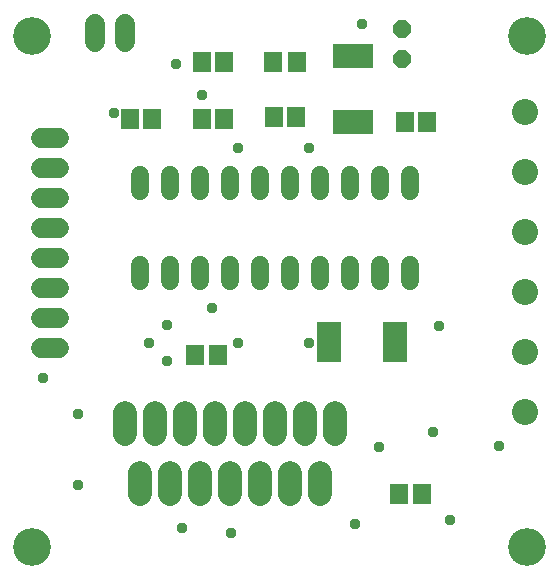
<source format=gbr>
G04 EAGLE Gerber RS-274X export*
G75*
%MOMM*%
%FSLAX34Y34*%
%LPD*%
%INSoldermask Bottom*%
%IPPOS*%
%AMOC8*
5,1,8,0,0,1.08239X$1,22.5*%
G01*
%ADD10C,3.203200*%
%ADD11R,1.503200X1.803200*%
%ADD12C,1.524000*%
%ADD13C,2.003200*%
%ADD14C,1.727200*%
%ADD15P,1.649562X8X112.500000*%
%ADD16R,1.503200X1.703200*%
%ADD17R,2.003200X3.403200*%
%ADD18R,3.403200X2.003200*%
%ADD19C,2.203200*%
%ADD20C,0.959600*%


D10*
X36000Y470000D03*
X36000Y37000D03*
X455000Y37000D03*
X455000Y470000D03*
D11*
X240190Y448070D03*
X260190Y448070D03*
X173600Y200180D03*
X193600Y200180D03*
X366400Y81800D03*
X346400Y81800D03*
D12*
X127000Y262396D02*
X127000Y275604D01*
X152400Y275604D02*
X152400Y262396D01*
X279400Y262396D02*
X279400Y275604D01*
X304800Y275604D02*
X304800Y262396D01*
X177800Y262396D02*
X177800Y275604D01*
X203200Y275604D02*
X203200Y262396D01*
X254000Y262396D02*
X254000Y275604D01*
X228600Y275604D02*
X228600Y262396D01*
X330200Y262396D02*
X330200Y275604D01*
X355600Y275604D02*
X355600Y262396D01*
X355600Y338596D02*
X355600Y351804D01*
X330200Y351804D02*
X330200Y338596D01*
X304800Y338596D02*
X304800Y351804D01*
X279400Y351804D02*
X279400Y338596D01*
X254000Y338596D02*
X254000Y351804D01*
X228600Y351804D02*
X228600Y338596D01*
X203200Y338596D02*
X203200Y351804D01*
X177800Y351804D02*
X177800Y338596D01*
X152400Y338596D02*
X152400Y351804D01*
X127000Y351804D02*
X127000Y338596D01*
D13*
X203200Y100200D02*
X203200Y82200D01*
X190500Y133000D02*
X190500Y151000D01*
X177800Y100200D02*
X177800Y82200D01*
X165100Y133000D02*
X165100Y151000D01*
X152400Y100200D02*
X152400Y82200D01*
X139700Y133000D02*
X139700Y151000D01*
X215900Y151000D02*
X215900Y133000D01*
X228600Y100200D02*
X228600Y82200D01*
X241300Y133000D02*
X241300Y151000D01*
X254000Y100200D02*
X254000Y82200D01*
X266700Y133000D02*
X266700Y151000D01*
X127000Y100200D02*
X127000Y82200D01*
X114300Y133000D02*
X114300Y151000D01*
X279400Y100200D02*
X279400Y82200D01*
X292100Y133000D02*
X292100Y151000D01*
D14*
X114300Y464580D02*
X114300Y479820D01*
X88900Y479820D02*
X88900Y464580D01*
X58420Y205500D02*
X43180Y205500D01*
X43180Y230900D02*
X58420Y230900D01*
X58420Y256300D02*
X43180Y256300D01*
X43180Y281700D02*
X58420Y281700D01*
X58420Y307100D02*
X43180Y307100D01*
X43180Y332500D02*
X58420Y332500D01*
X58420Y357900D02*
X43180Y357900D01*
X43180Y383300D02*
X58420Y383300D01*
D15*
X349250Y450610D03*
X349250Y476010D03*
D16*
X198730Y399810D03*
X179730Y399810D03*
X179730Y448070D03*
X198730Y448070D03*
D17*
X342960Y210580D03*
X286960Y210580D03*
D18*
X307340Y397210D03*
X307340Y453210D03*
D16*
X351180Y397270D03*
X370180Y397270D03*
X118770Y399810D03*
X137770Y399810D03*
X259690Y401080D03*
X240690Y401080D03*
D19*
X453140Y253549D03*
X453140Y304349D03*
X453140Y355149D03*
X453140Y405949D03*
X453140Y151949D03*
X453140Y202749D03*
D20*
X210000Y210000D03*
X270000Y210000D03*
X330000Y122000D03*
X309000Y57000D03*
X163000Y53000D03*
X375000Y135000D03*
X431306Y123000D03*
X390000Y60000D03*
X188000Y240000D03*
X158000Y446000D03*
X315000Y480000D03*
X150000Y225000D03*
X75000Y150000D03*
X75000Y90000D03*
X204000Y49000D03*
X380000Y224000D03*
X210000Y375000D03*
X270000Y375000D03*
X105000Y405000D03*
X180000Y420000D03*
X150000Y195000D03*
X45000Y180000D03*
X135000Y210000D03*
M02*

</source>
